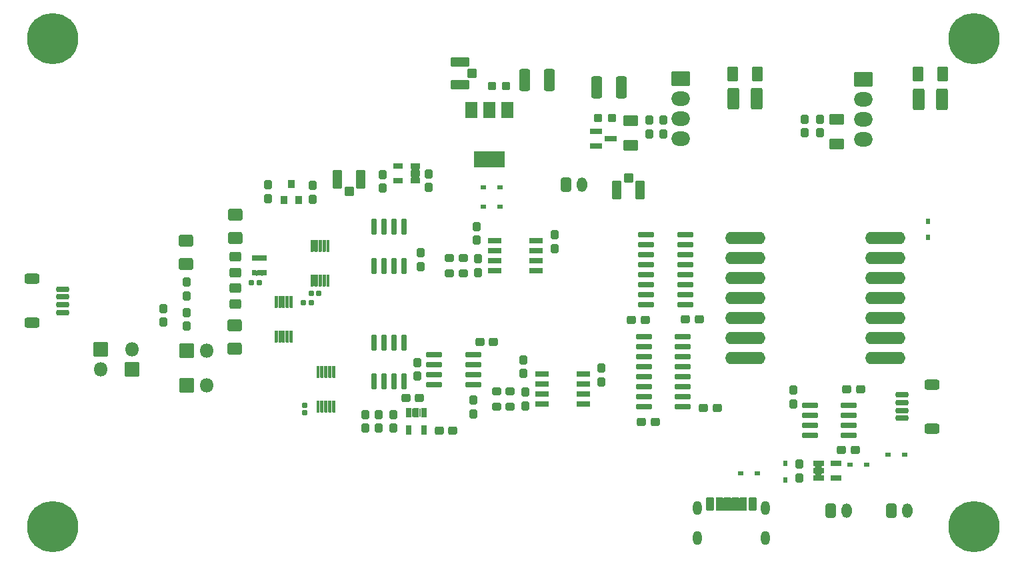
<source format=gbr>
%TF.GenerationSoftware,KiCad,Pcbnew,(6.0.4-0)*%
%TF.CreationDate,2022-09-14T13:57:10-06:00*%
%TF.ProjectId,sq_lockin_v8,73715f6c-6f63-46b6-996e-5f76382e6b69,rev?*%
%TF.SameCoordinates,Original*%
%TF.FileFunction,Soldermask,Top*%
%TF.FilePolarity,Negative*%
%FSLAX46Y46*%
G04 Gerber Fmt 4.6, Leading zero omitted, Abs format (unit mm)*
G04 Created by KiCad (PCBNEW (6.0.4-0)) date 2022-09-14 13:57:10*
%MOMM*%
%LPD*%
G01*
G04 APERTURE LIST*
G04 Aperture macros list*
%AMRoundRect*
0 Rectangle with rounded corners*
0 $1 Rounding radius*
0 $2 $3 $4 $5 $6 $7 $8 $9 X,Y pos of 4 corners*
0 Add a 4 corners polygon primitive as box body*
4,1,4,$2,$3,$4,$5,$6,$7,$8,$9,$2,$3,0*
0 Add four circle primitives for the rounded corners*
1,1,$1+$1,$2,$3*
1,1,$1+$1,$4,$5*
1,1,$1+$1,$6,$7*
1,1,$1+$1,$8,$9*
0 Add four rect primitives between the rounded corners*
20,1,$1+$1,$2,$3,$4,$5,0*
20,1,$1+$1,$4,$5,$6,$7,0*
20,1,$1+$1,$6,$7,$8,$9,0*
20,1,$1+$1,$8,$9,$2,$3,0*%
G04 Aperture macros list end*
%ADD10O,1.102000X1.802000*%
%ADD11RoundRect,0.051000X-0.400000X-0.800000X0.400000X-0.800000X0.400000X0.800000X-0.400000X0.800000X0*%
%ADD12RoundRect,0.051000X-0.450000X-0.800000X0.450000X-0.800000X0.450000X0.800000X-0.450000X0.800000X0*%
%ADD13RoundRect,0.051000X0.300000X0.225000X-0.300000X0.225000X-0.300000X-0.225000X0.300000X-0.225000X0*%
%ADD14RoundRect,0.288500X-0.300000X-0.237500X0.300000X-0.237500X0.300000X0.237500X-0.300000X0.237500X0*%
%ADD15RoundRect,0.288500X-0.237500X0.300000X-0.237500X-0.300000X0.237500X-0.300000X0.237500X0.300000X0*%
%ADD16RoundRect,0.201000X-0.512500X-0.150000X0.512500X-0.150000X0.512500X0.150000X-0.512500X0.150000X0*%
%ADD17RoundRect,0.301000X-0.350000X-0.625000X0.350000X-0.625000X0.350000X0.625000X-0.350000X0.625000X0*%
%ADD18O,1.302000X1.852000*%
%ADD19RoundRect,0.051000X-0.225000X0.300000X-0.225000X-0.300000X0.225000X-0.300000X0.225000X0.300000X0*%
%ADD20RoundRect,0.301001X0.624999X-0.462499X0.624999X0.462499X-0.624999X0.462499X-0.624999X-0.462499X0*%
%ADD21RoundRect,0.301000X-0.450000X0.325000X-0.450000X-0.325000X0.450000X-0.325000X0.450000X0.325000X0*%
%ADD22RoundRect,0.288500X-0.237500X0.287500X-0.237500X-0.287500X0.237500X-0.287500X0.237500X0.287500X0*%
%ADD23RoundRect,0.051000X0.850000X-0.850000X0.850000X0.850000X-0.850000X0.850000X-0.850000X-0.850000X0*%
%ADD24O,1.802000X1.802000*%
%ADD25RoundRect,0.288500X0.237500X-0.287500X0.237500X0.287500X-0.237500X0.287500X-0.237500X-0.287500X0*%
%ADD26RoundRect,0.051000X0.530000X0.325000X-0.530000X0.325000X-0.530000X-0.325000X0.530000X-0.325000X0*%
%ADD27RoundRect,0.051000X0.400000X-0.450000X0.400000X0.450000X-0.400000X0.450000X-0.400000X-0.450000X0*%
%ADD28RoundRect,0.288500X0.287500X0.237500X-0.287500X0.237500X-0.287500X-0.237500X0.287500X-0.237500X0*%
%ADD29RoundRect,0.288500X0.237500X-0.300000X0.237500X0.300000X-0.237500X0.300000X-0.237500X-0.300000X0*%
%ADD30RoundRect,0.201000X-0.675000X-0.150000X0.675000X-0.150000X0.675000X0.150000X-0.675000X0.150000X0*%
%ADD31RoundRect,0.051000X-0.850000X-0.850000X0.850000X-0.850000X0.850000X0.850000X-0.850000X0.850000X0*%
%ADD32RoundRect,0.051000X0.850000X0.850000X-0.850000X0.850000X-0.850000X-0.850000X0.850000X-0.850000X0*%
%ADD33RoundRect,0.288500X0.300000X0.237500X-0.300000X0.237500X-0.300000X-0.237500X0.300000X-0.237500X0*%
%ADD34RoundRect,0.201000X-0.825000X-0.150000X0.825000X-0.150000X0.825000X0.150000X-0.825000X0.150000X0*%
%ADD35RoundRect,0.051000X-0.300000X-0.225000X0.300000X-0.225000X0.300000X0.225000X-0.300000X0.225000X0*%
%ADD36RoundRect,0.201000X-0.150000X0.825000X-0.150000X-0.825000X0.150000X-0.825000X0.150000X0.825000X0*%
%ADD37RoundRect,0.051000X-0.325000X0.530000X-0.325000X-0.530000X0.325000X-0.530000X0.325000X0.530000X0*%
%ADD38RoundRect,0.301001X-0.462499X-1.074999X0.462499X-1.074999X0.462499X1.074999X-0.462499X1.074999X0*%
%ADD39RoundRect,0.301000X0.650000X-0.412500X0.650000X0.412500X-0.650000X0.412500X-0.650000X-0.412500X0*%
%ADD40RoundRect,0.051000X0.500000X-0.525000X0.500000X0.525000X-0.500000X0.525000X-0.500000X-0.525000X0*%
%ADD41RoundRect,0.051000X0.525000X-1.100000X0.525000X1.100000X-0.525000X1.100000X-0.525000X-1.100000X0*%
%ADD42RoundRect,0.288500X-0.250000X-0.237500X0.250000X-0.237500X0.250000X0.237500X-0.250000X0.237500X0*%
%ADD43RoundRect,0.051000X-1.125000X0.875000X-1.125000X-0.875000X1.125000X-0.875000X1.125000X0.875000X0*%
%ADD44O,2.352000X1.852000*%
%ADD45C,6.502000*%
%ADD46RoundRect,0.201000X0.625000X-0.150000X0.625000X0.150000X-0.625000X0.150000X-0.625000X-0.150000X0*%
%ADD47RoundRect,0.301000X0.650000X-0.350000X0.650000X0.350000X-0.650000X0.350000X-0.650000X-0.350000X0*%
%ADD48O,5.102000X1.602000*%
%ADD49RoundRect,0.191000X0.170000X-0.140000X0.170000X0.140000X-0.170000X0.140000X-0.170000X-0.140000X0*%
%ADD50RoundRect,0.191000X0.140000X0.170000X-0.140000X0.170000X-0.140000X-0.170000X0.140000X-0.170000X0*%
%ADD51RoundRect,0.201000X-0.625000X0.150000X-0.625000X-0.150000X0.625000X-0.150000X0.625000X0.150000X0*%
%ADD52RoundRect,0.301000X-0.650000X0.350000X-0.650000X-0.350000X0.650000X-0.350000X0.650000X0.350000X0*%
%ADD53RoundRect,0.051000X-0.500000X0.525000X-0.500000X-0.525000X0.500000X-0.525000X0.500000X0.525000X0*%
%ADD54RoundRect,0.051000X-0.525000X1.100000X-0.525000X-1.100000X0.525000X-1.100000X0.525000X1.100000X0*%
%ADD55RoundRect,0.051000X-0.150000X0.700000X-0.150000X-0.700000X0.150000X-0.700000X0.150000X0.700000X0*%
%ADD56RoundRect,0.051000X-0.200000X0.325000X-0.200000X-0.325000X0.200000X-0.325000X0.200000X0.325000X0*%
%ADD57RoundRect,0.301000X-0.412500X-1.100000X0.412500X-1.100000X0.412500X1.100000X-0.412500X1.100000X0*%
%ADD58RoundRect,0.201000X-0.587500X-0.150000X0.587500X-0.150000X0.587500X0.150000X-0.587500X0.150000X0*%
%ADD59RoundRect,0.191000X-0.140000X-0.170000X0.140000X-0.170000X0.140000X0.170000X-0.140000X0.170000X0*%
%ADD60RoundRect,0.201000X0.825000X0.150000X-0.825000X0.150000X-0.825000X-0.150000X0.825000X-0.150000X0*%
%ADD61RoundRect,0.301000X0.412500X0.650000X-0.412500X0.650000X-0.412500X-0.650000X0.412500X-0.650000X0*%
%ADD62RoundRect,0.288500X0.250000X0.237500X-0.250000X0.237500X-0.250000X-0.237500X0.250000X-0.237500X0*%
%ADD63RoundRect,0.051000X-0.750000X1.000000X-0.750000X-1.000000X0.750000X-1.000000X0.750000X1.000000X0*%
%ADD64RoundRect,0.051000X-1.900000X1.000000X-1.900000X-1.000000X1.900000X-1.000000X1.900000X1.000000X0*%
%ADD65RoundRect,0.051000X0.150000X-0.700000X0.150000X0.700000X-0.150000X0.700000X-0.150000X-0.700000X0*%
%ADD66RoundRect,0.051000X0.225000X-0.300000X0.225000X0.300000X-0.225000X0.300000X-0.225000X-0.300000X0*%
%ADD67RoundRect,0.051000X0.525000X0.500000X-0.525000X0.500000X-0.525000X-0.500000X0.525000X-0.500000X0*%
%ADD68RoundRect,0.051000X1.100000X0.525000X-1.100000X0.525000X-1.100000X-0.525000X1.100000X-0.525000X0*%
G04 APERTURE END LIST*
D10*
%TO.C,J9*%
X195835000Y-117405000D03*
X204475000Y-117405000D03*
X204475000Y-113605000D03*
X195835000Y-113605000D03*
D11*
X199655000Y-113125000D03*
X201675000Y-113125000D03*
D12*
X202905000Y-113125000D03*
D11*
X200655000Y-113125000D03*
X198635000Y-113125000D03*
D12*
X197405000Y-113125000D03*
%TD*%
D13*
%TO.C,D6*%
X203450000Y-109200000D03*
X201350000Y-109200000D03*
%TD*%
D14*
%TO.C,C29*%
X215862500Y-106200000D03*
X214137500Y-106200000D03*
%TD*%
D15*
%TO.C,C26*%
X208800000Y-108037500D03*
X208800000Y-109762500D03*
%TD*%
D16*
%TO.C,U17*%
X213487500Y-107900000D03*
X213487500Y-109800000D03*
X211212500Y-109800000D03*
X211212500Y-108850000D03*
X211212500Y-107900000D03*
%TD*%
D17*
%TO.C,J11*%
X212800000Y-113950000D03*
D18*
X214800000Y-113950000D03*
%TD*%
D17*
%TO.C,J10*%
X220500000Y-113950000D03*
D18*
X222500000Y-113950000D03*
%TD*%
D19*
%TO.C,D7*%
X207000000Y-107950000D03*
X207000000Y-110050000D03*
%TD*%
D13*
%TO.C,D5*%
X220050000Y-106800000D03*
X222150000Y-106800000D03*
%TD*%
%TO.C,D4*%
X217350000Y-108100000D03*
X215250000Y-108100000D03*
%TD*%
D20*
%TO.C,R1*%
X137200000Y-79300000D03*
X137200000Y-76325000D03*
%TD*%
%TO.C,R5*%
X130900000Y-82600000D03*
X130900000Y-79625000D03*
%TD*%
%TO.C,R4*%
X137100000Y-93400000D03*
X137100000Y-90425000D03*
%TD*%
D21*
%TO.C,R2*%
X137175000Y-81675000D03*
X137175000Y-83725000D03*
%TD*%
D22*
%TO.C,R6*%
X131000000Y-88750000D03*
X131000000Y-90500000D03*
%TD*%
D23*
%TO.C,J4*%
X131000000Y-93600000D03*
D24*
X133540000Y-93600000D03*
%TD*%
D25*
%TO.C,C2*%
X161700000Y-72900000D03*
X161700000Y-71150000D03*
%TD*%
%TO.C,C3*%
X155900000Y-73000000D03*
X155900000Y-71250000D03*
%TD*%
D26*
%TO.C,U2*%
X160000000Y-72050000D03*
X160000000Y-71100000D03*
X160000000Y-70150000D03*
X157800000Y-70150000D03*
X157800000Y-72050000D03*
%TD*%
D17*
%TO.C,J5*%
X179200000Y-72500000D03*
D18*
X181200000Y-72500000D03*
%TD*%
D25*
%TO.C,R7*%
X131000000Y-86675000D03*
X131000000Y-84925000D03*
%TD*%
D21*
%TO.C,R3*%
X137200000Y-85650000D03*
X137200000Y-87700000D03*
%TD*%
D23*
%TO.C,J6*%
X131000000Y-98000000D03*
D24*
X133540000Y-98000000D03*
%TD*%
D25*
%TO.C,C4*%
X141300000Y-74300000D03*
X141300000Y-72550000D03*
%TD*%
%TO.C,C6*%
X147000000Y-74400000D03*
X147000000Y-72650000D03*
%TD*%
D22*
%TO.C,R8*%
X128000000Y-88250000D03*
X128000000Y-90000000D03*
%TD*%
D27*
%TO.C,U3*%
X143320000Y-74475000D03*
X145220000Y-74475000D03*
X144270000Y-72475000D03*
%TD*%
D28*
%TO.C,R14*%
X166100000Y-83760000D03*
X164350000Y-83760000D03*
%TD*%
D29*
%TO.C,C20*%
X168000000Y-83697500D03*
X168000000Y-81972500D03*
%TD*%
%TO.C,C21*%
X167800000Y-79597500D03*
X167800000Y-77872500D03*
%TD*%
D15*
%TO.C,C22*%
X177700000Y-78922500D03*
X177700000Y-80647500D03*
%TD*%
D28*
%TO.C,R13*%
X166100000Y-81860000D03*
X164350000Y-81860000D03*
%TD*%
D30*
%TO.C,U15*%
X170125000Y-79675000D03*
X170125000Y-80945000D03*
X170125000Y-82215000D03*
X170125000Y-83485000D03*
X175375000Y-83485000D03*
X175375000Y-82215000D03*
X175375000Y-80945000D03*
X175375000Y-79675000D03*
%TD*%
D29*
%TO.C,C24*%
X173775000Y-96527500D03*
X173775000Y-94802500D03*
%TD*%
%TO.C,C23*%
X173975000Y-100627500D03*
X173975000Y-98902500D03*
%TD*%
D28*
%TO.C,R16*%
X172075000Y-100690000D03*
X170325000Y-100690000D03*
%TD*%
%TO.C,R15*%
X172075000Y-98790000D03*
X170325000Y-98790000D03*
%TD*%
D15*
%TO.C,C25*%
X183675000Y-95852500D03*
X183675000Y-97577500D03*
%TD*%
D30*
%TO.C,U16*%
X176100000Y-96605000D03*
X176100000Y-97875000D03*
X176100000Y-99145000D03*
X176100000Y-100415000D03*
X181350000Y-100415000D03*
X181350000Y-99145000D03*
X181350000Y-97875000D03*
X181350000Y-96605000D03*
%TD*%
D31*
%TO.C,J2*%
X120100000Y-93425000D03*
D24*
X120100000Y-95965000D03*
%TD*%
D32*
%TO.C,J3*%
X124000000Y-96000000D03*
D24*
X124000000Y-93460000D03*
%TD*%
D14*
%TO.C,C16*%
X158837500Y-99660000D03*
X160562500Y-99660000D03*
%TD*%
D33*
%TO.C,C17*%
X169962500Y-92500000D03*
X168237500Y-92500000D03*
%TD*%
D22*
%TO.C,R9*%
X160300000Y-95125000D03*
X160300000Y-96875000D03*
%TD*%
D25*
%TO.C,R10*%
X167400000Y-101635000D03*
X167400000Y-99885000D03*
%TD*%
D22*
%TO.C,R11*%
X155400000Y-101725000D03*
X155400000Y-103475000D03*
%TD*%
%TO.C,R12*%
X157200000Y-101725000D03*
X157200000Y-103475000D03*
%TD*%
D34*
%TO.C,U13*%
X162425000Y-94155000D03*
X162425000Y-95425000D03*
X162425000Y-96695000D03*
X162425000Y-97965000D03*
X167375000Y-97965000D03*
X167375000Y-96695000D03*
X167375000Y-95425000D03*
X167375000Y-94155000D03*
%TD*%
D14*
%TO.C,C18*%
X163075000Y-103800000D03*
X164800000Y-103800000D03*
%TD*%
D35*
%TO.C,D2*%
X168650000Y-75300000D03*
X170750000Y-75300000D03*
%TD*%
%TO.C,D1*%
X168650000Y-72900000D03*
X170750000Y-72900000D03*
%TD*%
D36*
%TO.C,U11*%
X158605000Y-77885000D03*
X157335000Y-77885000D03*
X156065000Y-77885000D03*
X154795000Y-77885000D03*
X154795000Y-82835000D03*
X156065000Y-82835000D03*
X157335000Y-82835000D03*
X158605000Y-82835000D03*
%TD*%
D29*
%TO.C,C15*%
X160700000Y-82922500D03*
X160700000Y-81197500D03*
%TD*%
D36*
%TO.C,U12*%
X158605000Y-92585000D03*
X157335000Y-92585000D03*
X156065000Y-92585000D03*
X154795000Y-92585000D03*
X154795000Y-97535000D03*
X156065000Y-97535000D03*
X157335000Y-97535000D03*
X158605000Y-97535000D03*
%TD*%
D37*
%TO.C,U14*%
X161100000Y-101450000D03*
X160150000Y-101450000D03*
X159200000Y-101450000D03*
X159200000Y-103650000D03*
X161100000Y-103650000D03*
%TD*%
D38*
%TO.C,L1*%
X200412500Y-61600000D03*
X203387500Y-61600000D03*
%TD*%
D39*
%TO.C,C31*%
X213500000Y-67362500D03*
X213500000Y-64237500D03*
%TD*%
D40*
%TO.C,J7*%
X151600000Y-73350000D03*
D41*
X150125000Y-71825000D03*
X153075000Y-71825000D03*
%TD*%
D42*
%TO.C,R18*%
X169737500Y-60000000D03*
X171562500Y-60000000D03*
%TD*%
D43*
%TO.C,PS2*%
X216900000Y-59160000D03*
D44*
X216900000Y-61700000D03*
X216900000Y-64240000D03*
X216900000Y-66780000D03*
%TD*%
D45*
%TO.C,H2*%
X114000000Y-54000000D03*
%TD*%
D46*
%TO.C,J8*%
X221800000Y-102200000D03*
X221800000Y-101200000D03*
X221800000Y-100200000D03*
X221800000Y-99200000D03*
D47*
X225675000Y-97900000D03*
X225675000Y-103500000D03*
%TD*%
D48*
%TO.C,U5*%
X201910000Y-79280000D03*
X201910000Y-81820000D03*
X201910000Y-84360000D03*
X201910000Y-86900000D03*
X201910000Y-89440000D03*
X201910000Y-91980000D03*
X201910000Y-94520000D03*
X219690000Y-94520000D03*
X219690000Y-91980000D03*
X219690000Y-89440000D03*
X219690000Y-86900000D03*
X219690000Y-84360000D03*
X219690000Y-81820000D03*
X219690000Y-79280000D03*
%TD*%
D49*
%TO.C,C14*%
X146000000Y-101480000D03*
X146000000Y-100520000D03*
%TD*%
D33*
%TO.C,C10*%
X189200000Y-89700000D03*
X187475000Y-89700000D03*
%TD*%
D50*
%TO.C,C1*%
X140180000Y-85000000D03*
X139220000Y-85000000D03*
%TD*%
D51*
%TO.C,J1*%
X115200000Y-85800000D03*
X115200000Y-86800000D03*
X115200000Y-87800000D03*
X115200000Y-88800000D03*
D52*
X111325000Y-90100000D03*
X111325000Y-84500000D03*
%TD*%
D14*
%TO.C,C11*%
X194337500Y-89600000D03*
X196062500Y-89600000D03*
%TD*%
D53*
%TO.C,J12*%
X187100000Y-71650000D03*
D54*
X185625000Y-73175000D03*
X188575000Y-73175000D03*
%TD*%
D55*
%TO.C,U8*%
X144300000Y-87400000D03*
X143800000Y-87400000D03*
X143300000Y-87400000D03*
X142800000Y-87400000D03*
X142300000Y-87400000D03*
X142300000Y-91800000D03*
X142800000Y-91800000D03*
X143300000Y-91800000D03*
X143800000Y-91800000D03*
X144300000Y-91800000D03*
%TD*%
D56*
%TO.C,U1*%
X140850000Y-81850000D03*
X140200000Y-81850000D03*
X139550000Y-81850000D03*
X139550000Y-83750000D03*
X140200000Y-83750000D03*
X140850000Y-83750000D03*
%TD*%
D34*
%TO.C,U6*%
X210125000Y-100565000D03*
X210125000Y-101835000D03*
X210125000Y-103105000D03*
X210125000Y-104375000D03*
X215075000Y-104375000D03*
X215075000Y-103105000D03*
X215075000Y-101835000D03*
X215075000Y-100565000D03*
%TD*%
D57*
%TO.C,C37*%
X173887500Y-59250000D03*
X177012500Y-59250000D03*
%TD*%
D43*
%TO.C,PS1*%
X193757500Y-59092500D03*
D44*
X193757500Y-61632500D03*
X193757500Y-64172500D03*
X193757500Y-66712500D03*
%TD*%
D14*
%TO.C,C5*%
X188737500Y-102700000D03*
X190462500Y-102700000D03*
%TD*%
D58*
%TO.C,Q1*%
X182965000Y-65757500D03*
X182965000Y-67657500D03*
X184840000Y-66707500D03*
%TD*%
D59*
%TO.C,C12*%
X145820000Y-87500000D03*
X146780000Y-87500000D03*
%TD*%
D60*
%TO.C,U4*%
X193975000Y-100745000D03*
X193975000Y-99475000D03*
X193975000Y-98205000D03*
X193975000Y-96935000D03*
X193975000Y-95665000D03*
X193975000Y-94395000D03*
X193975000Y-93125000D03*
X193975000Y-91855000D03*
X189025000Y-91855000D03*
X189025000Y-93125000D03*
X189025000Y-94395000D03*
X189025000Y-95665000D03*
X189025000Y-96935000D03*
X189025000Y-98205000D03*
X189025000Y-99475000D03*
X189025000Y-100745000D03*
%TD*%
D14*
%TO.C,C7*%
X196637500Y-100900000D03*
X198362500Y-100900000D03*
%TD*%
D45*
%TO.C,H4*%
X114000000Y-116000000D03*
%TD*%
D59*
%TO.C,C13*%
X146820000Y-86300000D03*
X147780000Y-86300000D03*
%TD*%
D15*
%TO.C,C35*%
X209500000Y-64237500D03*
X209500000Y-65962500D03*
%TD*%
D61*
%TO.C,C27*%
X203462500Y-58500000D03*
X200337500Y-58500000D03*
%TD*%
D62*
%TO.C,R17*%
X185015000Y-64107500D03*
X183190000Y-64107500D03*
%TD*%
D57*
%TO.C,C36*%
X183037500Y-60200000D03*
X186162500Y-60200000D03*
%TD*%
D63*
%TO.C,Q2*%
X171750000Y-63050000D03*
D64*
X169450000Y-69350000D03*
D63*
X169450000Y-63050000D03*
X167150000Y-63050000D03*
%TD*%
D15*
%TO.C,C32*%
X189702500Y-64345000D03*
X189702500Y-66070000D03*
%TD*%
D65*
%TO.C,U9*%
X146900000Y-84700000D03*
X147400000Y-84700000D03*
X147900000Y-84700000D03*
X148400000Y-84700000D03*
X148900000Y-84700000D03*
X148900000Y-80300000D03*
X148400000Y-80300000D03*
X147900000Y-80300000D03*
X147400000Y-80300000D03*
X146900000Y-80300000D03*
%TD*%
D29*
%TO.C,C8*%
X208000000Y-100362500D03*
X208000000Y-98637500D03*
%TD*%
D45*
%TO.C,H1*%
X231000000Y-116000000D03*
%TD*%
D29*
%TO.C,C19*%
X153700000Y-103462500D03*
X153700000Y-101737500D03*
%TD*%
D15*
%TO.C,C34*%
X191502500Y-64345000D03*
X191502500Y-66070000D03*
%TD*%
D61*
%TO.C,C28*%
X226962500Y-58500000D03*
X223837500Y-58500000D03*
%TD*%
D66*
%TO.C,D3*%
X225100000Y-79250000D03*
X225100000Y-77150000D03*
%TD*%
D67*
%TO.C,J13*%
X167200000Y-58400000D03*
D68*
X165675000Y-59875000D03*
X165675000Y-56925000D03*
%TD*%
D65*
%TO.C,U10*%
X147700000Y-100700000D03*
X148200000Y-100700000D03*
X148700000Y-100700000D03*
X149200000Y-100700000D03*
X149700000Y-100700000D03*
X149700000Y-96300000D03*
X149200000Y-96300000D03*
X148700000Y-96300000D03*
X148200000Y-96300000D03*
X147700000Y-96300000D03*
%TD*%
D38*
%TO.C,L2*%
X223912500Y-61700000D03*
X226887500Y-61700000D03*
%TD*%
D39*
%TO.C,C30*%
X187352500Y-67570000D03*
X187352500Y-64445000D03*
%TD*%
D60*
%TO.C,U7*%
X194275000Y-87805000D03*
X194275000Y-86535000D03*
X194275000Y-85265000D03*
X194275000Y-83995000D03*
X194275000Y-82725000D03*
X194275000Y-81455000D03*
X194275000Y-80185000D03*
X194275000Y-78915000D03*
X189325000Y-78915000D03*
X189325000Y-80185000D03*
X189325000Y-81455000D03*
X189325000Y-82725000D03*
X189325000Y-83995000D03*
X189325000Y-85265000D03*
X189325000Y-86535000D03*
X189325000Y-87805000D03*
%TD*%
D15*
%TO.C,C33*%
X211400000Y-64237500D03*
X211400000Y-65962500D03*
%TD*%
D14*
%TO.C,C9*%
X214837500Y-98500000D03*
X216562500Y-98500000D03*
%TD*%
D45*
%TO.C,H3*%
X231000000Y-54000000D03*
%TD*%
G36*
X200219633Y-112288517D02*
G01*
X200220197Y-112290436D01*
X200219916Y-112291075D01*
X200209767Y-112306263D01*
X200206000Y-112325199D01*
X200206000Y-113924801D01*
X200209767Y-113943738D01*
X200219814Y-113958773D01*
X200219945Y-113960768D01*
X200218282Y-113961880D01*
X200217553Y-113961793D01*
X200157212Y-113942898D01*
X200092310Y-113961955D01*
X200090367Y-113961483D01*
X200089803Y-113959564D01*
X200090084Y-113958925D01*
X200100233Y-113943737D01*
X200104000Y-113924801D01*
X200104000Y-112325199D01*
X200100233Y-112306262D01*
X200090186Y-112291227D01*
X200090055Y-112289232D01*
X200091718Y-112288120D01*
X200092447Y-112288207D01*
X200152788Y-112307102D01*
X200217690Y-112288045D01*
X200219633Y-112288517D01*
G37*
G36*
X199075660Y-112292493D02*
G01*
X199076424Y-112293003D01*
X199142788Y-112313784D01*
X199213590Y-112292994D01*
X199214340Y-112292493D01*
X199216335Y-112292362D01*
X199217447Y-112294025D01*
X199217114Y-112295267D01*
X199209767Y-112306262D01*
X199206000Y-112325199D01*
X199206000Y-113924801D01*
X199209767Y-113943738D01*
X199217114Y-113954733D01*
X199217245Y-113956729D01*
X199215582Y-113957840D01*
X199214340Y-113957507D01*
X199213576Y-113956997D01*
X199147212Y-113936216D01*
X199076410Y-113957006D01*
X199075660Y-113957507D01*
X199073665Y-113957638D01*
X199072553Y-113955975D01*
X199072886Y-113954733D01*
X199080233Y-113943738D01*
X199084000Y-113924801D01*
X199084000Y-112325199D01*
X199080233Y-112306262D01*
X199072886Y-112295267D01*
X199072755Y-112293271D01*
X199074418Y-112292160D01*
X199075660Y-112292493D01*
G37*
G36*
X201095660Y-112292493D02*
G01*
X201096424Y-112293003D01*
X201162788Y-112313784D01*
X201233590Y-112292994D01*
X201234340Y-112292493D01*
X201236335Y-112292362D01*
X201237447Y-112294025D01*
X201237114Y-112295267D01*
X201229767Y-112306262D01*
X201226000Y-112325199D01*
X201226000Y-113924801D01*
X201229767Y-113943738D01*
X201237114Y-113954733D01*
X201237245Y-113956729D01*
X201235582Y-113957840D01*
X201234340Y-113957507D01*
X201233576Y-113956997D01*
X201167212Y-113936216D01*
X201096410Y-113957006D01*
X201095660Y-113957507D01*
X201093665Y-113957638D01*
X201092553Y-113955975D01*
X201092886Y-113954733D01*
X201100233Y-113943738D01*
X201104000Y-113924801D01*
X201104000Y-112325199D01*
X201100233Y-112306262D01*
X201092886Y-112295267D01*
X201092755Y-112293271D01*
X201094418Y-112292160D01*
X201095660Y-112292493D01*
G37*
G36*
X211718527Y-109200000D02*
G01*
X211718527Y-109202000D01*
X211717056Y-109202983D01*
X211716817Y-109203015D01*
X211653204Y-109231154D01*
X211615070Y-109288965D01*
X211614244Y-109358220D01*
X211650983Y-109416914D01*
X211716825Y-109446985D01*
X211717068Y-109447017D01*
X211718655Y-109448235D01*
X211718394Y-109450218D01*
X211716807Y-109451000D01*
X210708205Y-109451000D01*
X210706473Y-109450000D01*
X210706473Y-109448000D01*
X210707944Y-109447017D01*
X210708183Y-109446985D01*
X210771796Y-109418846D01*
X210809930Y-109361035D01*
X210810756Y-109291780D01*
X210774017Y-109233086D01*
X210708175Y-109203015D01*
X210707932Y-109202983D01*
X210706345Y-109201765D01*
X210706606Y-109199782D01*
X210708193Y-109199000D01*
X211716795Y-109199000D01*
X211718527Y-109200000D01*
G37*
G36*
X211718527Y-108250000D02*
G01*
X211718527Y-108252000D01*
X211717056Y-108252983D01*
X211716817Y-108253015D01*
X211653204Y-108281154D01*
X211615070Y-108338965D01*
X211614244Y-108408220D01*
X211650983Y-108466914D01*
X211716825Y-108496985D01*
X211717068Y-108497017D01*
X211718655Y-108498235D01*
X211718394Y-108500218D01*
X211716807Y-108501000D01*
X210708205Y-108501000D01*
X210706473Y-108500000D01*
X210706473Y-108498000D01*
X210707944Y-108497017D01*
X210708183Y-108496985D01*
X210771796Y-108468846D01*
X210809930Y-108411035D01*
X210810756Y-108341780D01*
X210774017Y-108283086D01*
X210708175Y-108253015D01*
X210707932Y-108252983D01*
X210706345Y-108251765D01*
X210706606Y-108249782D01*
X210708193Y-108249000D01*
X211716795Y-108249000D01*
X211718527Y-108250000D01*
G37*
G36*
X159574267Y-100903301D02*
G01*
X159625946Y-100946489D01*
X159694661Y-100955120D01*
X159757291Y-100925156D01*
X159775348Y-100904318D01*
X159777238Y-100903664D01*
X159778749Y-100904974D01*
X159778821Y-100906018D01*
X159776000Y-100920199D01*
X159776000Y-101979801D01*
X159778978Y-101994774D01*
X159778335Y-101996668D01*
X159776373Y-101997058D01*
X159775733Y-101996699D01*
X159724054Y-101953511D01*
X159655339Y-101944880D01*
X159592709Y-101974844D01*
X159574652Y-101995682D01*
X159572762Y-101996336D01*
X159571251Y-101995026D01*
X159571179Y-101993982D01*
X159574000Y-101979801D01*
X159574000Y-100920199D01*
X159571022Y-100905226D01*
X159571665Y-100903332D01*
X159573627Y-100902942D01*
X159574267Y-100903301D01*
G37*
G36*
X160524267Y-100903301D02*
G01*
X160575946Y-100946489D01*
X160644661Y-100955120D01*
X160707291Y-100925156D01*
X160725348Y-100904318D01*
X160727238Y-100903664D01*
X160728749Y-100904974D01*
X160728821Y-100906018D01*
X160726000Y-100920199D01*
X160726000Y-101979801D01*
X160728978Y-101994774D01*
X160728335Y-101996668D01*
X160726373Y-101997058D01*
X160725733Y-101996699D01*
X160674054Y-101953511D01*
X160605339Y-101944880D01*
X160542709Y-101974844D01*
X160524652Y-101995682D01*
X160522762Y-101996336D01*
X160521251Y-101995026D01*
X160521179Y-101993982D01*
X160524000Y-101979801D01*
X160524000Y-100920199D01*
X160521022Y-100905226D01*
X160521665Y-100903332D01*
X160523627Y-100902942D01*
X160524267Y-100903301D01*
G37*
G36*
X148514633Y-99963517D02*
G01*
X148515197Y-99965436D01*
X148514916Y-99966075D01*
X148504767Y-99981263D01*
X148501000Y-100000199D01*
X148501000Y-101399801D01*
X148504767Y-101418738D01*
X148514814Y-101433773D01*
X148514945Y-101435768D01*
X148513282Y-101436880D01*
X148512553Y-101436793D01*
X148452212Y-101417898D01*
X148387310Y-101436955D01*
X148385367Y-101436483D01*
X148384803Y-101434564D01*
X148385084Y-101433925D01*
X148395233Y-101418737D01*
X148399000Y-101399801D01*
X148399000Y-100000199D01*
X148395233Y-99981262D01*
X148385186Y-99966227D01*
X148385055Y-99964232D01*
X148386718Y-99963120D01*
X148387447Y-99963207D01*
X148447788Y-99982102D01*
X148512690Y-99963045D01*
X148514633Y-99963517D01*
G37*
G36*
X148014633Y-99963517D02*
G01*
X148015197Y-99965436D01*
X148014916Y-99966075D01*
X148004767Y-99981263D01*
X148001000Y-100000199D01*
X148001000Y-101399801D01*
X148004767Y-101418738D01*
X148014814Y-101433773D01*
X148014945Y-101435768D01*
X148013282Y-101436880D01*
X148012553Y-101436793D01*
X147952212Y-101417898D01*
X147887310Y-101436955D01*
X147885367Y-101436483D01*
X147884803Y-101434564D01*
X147885084Y-101433925D01*
X147895233Y-101418737D01*
X147899000Y-101399801D01*
X147899000Y-100000199D01*
X147895233Y-99981262D01*
X147885186Y-99966227D01*
X147885055Y-99964232D01*
X147886718Y-99963120D01*
X147887447Y-99963207D01*
X147947788Y-99982102D01*
X148012690Y-99963045D01*
X148014633Y-99963517D01*
G37*
G36*
X149014633Y-99963517D02*
G01*
X149015197Y-99965436D01*
X149014916Y-99966075D01*
X149004767Y-99981263D01*
X149001000Y-100000199D01*
X149001000Y-101399801D01*
X149004767Y-101418738D01*
X149014814Y-101433773D01*
X149014945Y-101435768D01*
X149013282Y-101436880D01*
X149012553Y-101436793D01*
X148952212Y-101417898D01*
X148887310Y-101436955D01*
X148885367Y-101436483D01*
X148884803Y-101434564D01*
X148885084Y-101433925D01*
X148895233Y-101418737D01*
X148899000Y-101399801D01*
X148899000Y-100000199D01*
X148895233Y-99981262D01*
X148885186Y-99966227D01*
X148885055Y-99964232D01*
X148886718Y-99963120D01*
X148887447Y-99963207D01*
X148947788Y-99982102D01*
X149012690Y-99963045D01*
X149014633Y-99963517D01*
G37*
G36*
X149514633Y-99963517D02*
G01*
X149515197Y-99965436D01*
X149514916Y-99966075D01*
X149504767Y-99981263D01*
X149501000Y-100000199D01*
X149501000Y-101399801D01*
X149504767Y-101418738D01*
X149514814Y-101433773D01*
X149514945Y-101435768D01*
X149513282Y-101436880D01*
X149512553Y-101436793D01*
X149452212Y-101417898D01*
X149387310Y-101436955D01*
X149385367Y-101436483D01*
X149384803Y-101434564D01*
X149385084Y-101433925D01*
X149395233Y-101418737D01*
X149399000Y-101399801D01*
X149399000Y-100000199D01*
X149395233Y-99981262D01*
X149385186Y-99966227D01*
X149385055Y-99964232D01*
X149386718Y-99963120D01*
X149387447Y-99963207D01*
X149447788Y-99982102D01*
X149512690Y-99963045D01*
X149514633Y-99963517D01*
G37*
G36*
X148014633Y-95563517D02*
G01*
X148015197Y-95565436D01*
X148014916Y-95566075D01*
X148004767Y-95581263D01*
X148001000Y-95600199D01*
X148001000Y-96999801D01*
X148004767Y-97018738D01*
X148014814Y-97033773D01*
X148014945Y-97035768D01*
X148013282Y-97036880D01*
X148012553Y-97036793D01*
X147952212Y-97017898D01*
X147887310Y-97036955D01*
X147885367Y-97036483D01*
X147884803Y-97034564D01*
X147885084Y-97033925D01*
X147895233Y-97018737D01*
X147899000Y-96999801D01*
X147899000Y-95600199D01*
X147895233Y-95581262D01*
X147885186Y-95566227D01*
X147885055Y-95564232D01*
X147886718Y-95563120D01*
X147887447Y-95563207D01*
X147947788Y-95582102D01*
X148012690Y-95563045D01*
X148014633Y-95563517D01*
G37*
G36*
X149514633Y-95563517D02*
G01*
X149515197Y-95565436D01*
X149514916Y-95566075D01*
X149504767Y-95581263D01*
X149501000Y-95600199D01*
X149501000Y-96999801D01*
X149504767Y-97018738D01*
X149514814Y-97033773D01*
X149514945Y-97035768D01*
X149513282Y-97036880D01*
X149512553Y-97036793D01*
X149452212Y-97017898D01*
X149387310Y-97036955D01*
X149385367Y-97036483D01*
X149384803Y-97034564D01*
X149385084Y-97033925D01*
X149395233Y-97018737D01*
X149399000Y-96999801D01*
X149399000Y-95600199D01*
X149395233Y-95581262D01*
X149385186Y-95566227D01*
X149385055Y-95564232D01*
X149386718Y-95563120D01*
X149387447Y-95563207D01*
X149447788Y-95582102D01*
X149512690Y-95563045D01*
X149514633Y-95563517D01*
G37*
G36*
X149014633Y-95563517D02*
G01*
X149015197Y-95565436D01*
X149014916Y-95566075D01*
X149004767Y-95581263D01*
X149001000Y-95600199D01*
X149001000Y-96999801D01*
X149004767Y-97018738D01*
X149014814Y-97033773D01*
X149014945Y-97035768D01*
X149013282Y-97036880D01*
X149012553Y-97036793D01*
X148952212Y-97017898D01*
X148887310Y-97036955D01*
X148885367Y-97036483D01*
X148884803Y-97034564D01*
X148885084Y-97033925D01*
X148895233Y-97018737D01*
X148899000Y-96999801D01*
X148899000Y-95600199D01*
X148895233Y-95581262D01*
X148885186Y-95566227D01*
X148885055Y-95564232D01*
X148886718Y-95563120D01*
X148887447Y-95563207D01*
X148947788Y-95582102D01*
X149012690Y-95563045D01*
X149014633Y-95563517D01*
G37*
G36*
X148514633Y-95563517D02*
G01*
X148515197Y-95565436D01*
X148514916Y-95566075D01*
X148504767Y-95581263D01*
X148501000Y-95600199D01*
X148501000Y-96999801D01*
X148504767Y-97018738D01*
X148514814Y-97033773D01*
X148514945Y-97035768D01*
X148513282Y-97036880D01*
X148512553Y-97036793D01*
X148452212Y-97017898D01*
X148387310Y-97036955D01*
X148385367Y-97036483D01*
X148384803Y-97034564D01*
X148385084Y-97033925D01*
X148395233Y-97018737D01*
X148399000Y-96999801D01*
X148399000Y-95600199D01*
X148395233Y-95581262D01*
X148385186Y-95566227D01*
X148385055Y-95564232D01*
X148386718Y-95563120D01*
X148387447Y-95563207D01*
X148447788Y-95582102D01*
X148512690Y-95563045D01*
X148514633Y-95563517D01*
G37*
G36*
X142614633Y-91063517D02*
G01*
X142615197Y-91065436D01*
X142614916Y-91066075D01*
X142604767Y-91081263D01*
X142601000Y-91100199D01*
X142601000Y-92499801D01*
X142604767Y-92518738D01*
X142614814Y-92533773D01*
X142614945Y-92535768D01*
X142613282Y-92536880D01*
X142612553Y-92536793D01*
X142552212Y-92517898D01*
X142487310Y-92536955D01*
X142485367Y-92536483D01*
X142484803Y-92534564D01*
X142485084Y-92533925D01*
X142495233Y-92518737D01*
X142499000Y-92499801D01*
X142499000Y-91100199D01*
X142495233Y-91081262D01*
X142485186Y-91066227D01*
X142485055Y-91064232D01*
X142486718Y-91063120D01*
X142487447Y-91063207D01*
X142547788Y-91082102D01*
X142612690Y-91063045D01*
X142614633Y-91063517D01*
G37*
G36*
X144114633Y-91063517D02*
G01*
X144115197Y-91065436D01*
X144114916Y-91066075D01*
X144104767Y-91081263D01*
X144101000Y-91100199D01*
X144101000Y-92499801D01*
X144104767Y-92518738D01*
X144114814Y-92533773D01*
X144114945Y-92535768D01*
X144113282Y-92536880D01*
X144112553Y-92536793D01*
X144052212Y-92517898D01*
X143987310Y-92536955D01*
X143985367Y-92536483D01*
X143984803Y-92534564D01*
X143985084Y-92533925D01*
X143995233Y-92518737D01*
X143999000Y-92499801D01*
X143999000Y-91100199D01*
X143995233Y-91081262D01*
X143985186Y-91066227D01*
X143985055Y-91064232D01*
X143986718Y-91063120D01*
X143987447Y-91063207D01*
X144047788Y-91082102D01*
X144112690Y-91063045D01*
X144114633Y-91063517D01*
G37*
G36*
X143614633Y-91063517D02*
G01*
X143615197Y-91065436D01*
X143614916Y-91066075D01*
X143604767Y-91081263D01*
X143601000Y-91100199D01*
X143601000Y-92499801D01*
X143604767Y-92518738D01*
X143614814Y-92533773D01*
X143614945Y-92535768D01*
X143613282Y-92536880D01*
X143612553Y-92536793D01*
X143552212Y-92517898D01*
X143487310Y-92536955D01*
X143485367Y-92536483D01*
X143484803Y-92534564D01*
X143485084Y-92533925D01*
X143495233Y-92518737D01*
X143499000Y-92499801D01*
X143499000Y-91100199D01*
X143495233Y-91081262D01*
X143485186Y-91066227D01*
X143485055Y-91064232D01*
X143486718Y-91063120D01*
X143487447Y-91063207D01*
X143547788Y-91082102D01*
X143612690Y-91063045D01*
X143614633Y-91063517D01*
G37*
G36*
X143114633Y-91063517D02*
G01*
X143115197Y-91065436D01*
X143114916Y-91066075D01*
X143104767Y-91081263D01*
X143101000Y-91100199D01*
X143101000Y-92499801D01*
X143104767Y-92518738D01*
X143114814Y-92533773D01*
X143114945Y-92535768D01*
X143113282Y-92536880D01*
X143112553Y-92536793D01*
X143052212Y-92517898D01*
X142987310Y-92536955D01*
X142985367Y-92536483D01*
X142984803Y-92534564D01*
X142985084Y-92533925D01*
X142995233Y-92518737D01*
X142999000Y-92499801D01*
X142999000Y-91100199D01*
X142995233Y-91081262D01*
X142985186Y-91066227D01*
X142985055Y-91064232D01*
X142986718Y-91063120D01*
X142987447Y-91063207D01*
X143047788Y-91082102D01*
X143112690Y-91063045D01*
X143114633Y-91063517D01*
G37*
G36*
X142614633Y-86663517D02*
G01*
X142615197Y-86665436D01*
X142614916Y-86666075D01*
X142604767Y-86681263D01*
X142601000Y-86700199D01*
X142601000Y-88099801D01*
X142604767Y-88118738D01*
X142614814Y-88133773D01*
X142614945Y-88135768D01*
X142613282Y-88136880D01*
X142612553Y-88136793D01*
X142552212Y-88117898D01*
X142487310Y-88136955D01*
X142485367Y-88136483D01*
X142484803Y-88134564D01*
X142485084Y-88133925D01*
X142495233Y-88118737D01*
X142499000Y-88099801D01*
X142499000Y-86700199D01*
X142495233Y-86681262D01*
X142485186Y-86666227D01*
X142485055Y-86664232D01*
X142486718Y-86663120D01*
X142487447Y-86663207D01*
X142547788Y-86682102D01*
X142612690Y-86663045D01*
X142614633Y-86663517D01*
G37*
G36*
X143114633Y-86663517D02*
G01*
X143115197Y-86665436D01*
X143114916Y-86666075D01*
X143104767Y-86681263D01*
X143101000Y-86700199D01*
X143101000Y-88099801D01*
X143104767Y-88118738D01*
X143114814Y-88133773D01*
X143114945Y-88135768D01*
X143113282Y-88136880D01*
X143112553Y-88136793D01*
X143052212Y-88117898D01*
X142987310Y-88136955D01*
X142985367Y-88136483D01*
X142984803Y-88134564D01*
X142985084Y-88133925D01*
X142995233Y-88118737D01*
X142999000Y-88099801D01*
X142999000Y-86700199D01*
X142995233Y-86681262D01*
X142985186Y-86666227D01*
X142985055Y-86664232D01*
X142986718Y-86663120D01*
X142987447Y-86663207D01*
X143047788Y-86682102D01*
X143112690Y-86663045D01*
X143114633Y-86663517D01*
G37*
G36*
X144114633Y-86663517D02*
G01*
X144115197Y-86665436D01*
X144114916Y-86666075D01*
X144104767Y-86681263D01*
X144101000Y-86700199D01*
X144101000Y-88099801D01*
X144104767Y-88118738D01*
X144114814Y-88133773D01*
X144114945Y-88135768D01*
X144113282Y-88136880D01*
X144112553Y-88136793D01*
X144052212Y-88117898D01*
X143987310Y-88136955D01*
X143985367Y-88136483D01*
X143984803Y-88134564D01*
X143985084Y-88133925D01*
X143995233Y-88118737D01*
X143999000Y-88099801D01*
X143999000Y-86700199D01*
X143995233Y-86681262D01*
X143985186Y-86666227D01*
X143985055Y-86664232D01*
X143986718Y-86663120D01*
X143987447Y-86663207D01*
X144047788Y-86682102D01*
X144112690Y-86663045D01*
X144114633Y-86663517D01*
G37*
G36*
X143614633Y-86663517D02*
G01*
X143615197Y-86665436D01*
X143614916Y-86666075D01*
X143604767Y-86681263D01*
X143601000Y-86700199D01*
X143601000Y-88099801D01*
X143604767Y-88118738D01*
X143614814Y-88133773D01*
X143614945Y-88135768D01*
X143613282Y-88136880D01*
X143612553Y-88136793D01*
X143552212Y-88117898D01*
X143487310Y-88136955D01*
X143485367Y-88136483D01*
X143484803Y-88134564D01*
X143485084Y-88133925D01*
X143495233Y-88118737D01*
X143499000Y-88099801D01*
X143499000Y-86700199D01*
X143495233Y-86681262D01*
X143485186Y-86666227D01*
X143485055Y-86664232D01*
X143486718Y-86663120D01*
X143487447Y-86663207D01*
X143547788Y-86682102D01*
X143612690Y-86663045D01*
X143614633Y-86663517D01*
G37*
G36*
X147214633Y-83963517D02*
G01*
X147215197Y-83965436D01*
X147214916Y-83966075D01*
X147204767Y-83981263D01*
X147201000Y-84000199D01*
X147201000Y-85399801D01*
X147204767Y-85418738D01*
X147214814Y-85433773D01*
X147214945Y-85435768D01*
X147213282Y-85436880D01*
X147212553Y-85436793D01*
X147152212Y-85417898D01*
X147087310Y-85436955D01*
X147085367Y-85436483D01*
X147084803Y-85434564D01*
X147085084Y-85433925D01*
X147095233Y-85418737D01*
X147099000Y-85399801D01*
X147099000Y-84000199D01*
X147095233Y-83981262D01*
X147085186Y-83966227D01*
X147085055Y-83964232D01*
X147086718Y-83963120D01*
X147087447Y-83963207D01*
X147147788Y-83982102D01*
X147212690Y-83963045D01*
X147214633Y-83963517D01*
G37*
G36*
X147714633Y-83963517D02*
G01*
X147715197Y-83965436D01*
X147714916Y-83966075D01*
X147704767Y-83981263D01*
X147701000Y-84000199D01*
X147701000Y-85399801D01*
X147704767Y-85418738D01*
X147714814Y-85433773D01*
X147714945Y-85435768D01*
X147713282Y-85436880D01*
X147712553Y-85436793D01*
X147652212Y-85417898D01*
X147587310Y-85436955D01*
X147585367Y-85436483D01*
X147584803Y-85434564D01*
X147585084Y-85433925D01*
X147595233Y-85418737D01*
X147599000Y-85399801D01*
X147599000Y-84000199D01*
X147595233Y-83981262D01*
X147585186Y-83966227D01*
X147585055Y-83964232D01*
X147586718Y-83963120D01*
X147587447Y-83963207D01*
X147647788Y-83982102D01*
X147712690Y-83963045D01*
X147714633Y-83963517D01*
G37*
G36*
X148714633Y-83963517D02*
G01*
X148715197Y-83965436D01*
X148714916Y-83966075D01*
X148704767Y-83981263D01*
X148701000Y-84000199D01*
X148701000Y-85399801D01*
X148704767Y-85418738D01*
X148714814Y-85433773D01*
X148714945Y-85435768D01*
X148713282Y-85436880D01*
X148712553Y-85436793D01*
X148652212Y-85417898D01*
X148587310Y-85436955D01*
X148585367Y-85436483D01*
X148584803Y-85434564D01*
X148585084Y-85433925D01*
X148595233Y-85418737D01*
X148599000Y-85399801D01*
X148599000Y-84000199D01*
X148595233Y-83981262D01*
X148585186Y-83966227D01*
X148585055Y-83964232D01*
X148586718Y-83963120D01*
X148587447Y-83963207D01*
X148647788Y-83982102D01*
X148712690Y-83963045D01*
X148714633Y-83963517D01*
G37*
G36*
X148214633Y-83963517D02*
G01*
X148215197Y-83965436D01*
X148214916Y-83966075D01*
X148204767Y-83981263D01*
X148201000Y-84000199D01*
X148201000Y-85399801D01*
X148204767Y-85418738D01*
X148214814Y-85433773D01*
X148214945Y-85435768D01*
X148213282Y-85436880D01*
X148212553Y-85436793D01*
X148152212Y-85417898D01*
X148087310Y-85436955D01*
X148085367Y-85436483D01*
X148084803Y-85434564D01*
X148085084Y-85433925D01*
X148095233Y-85418737D01*
X148099000Y-85399801D01*
X148099000Y-84000199D01*
X148095233Y-83981262D01*
X148085186Y-83966227D01*
X148085055Y-83964232D01*
X148086718Y-83963120D01*
X148087447Y-83963207D01*
X148147788Y-83982102D01*
X148212690Y-83963045D01*
X148214633Y-83963517D01*
G37*
G36*
X140440660Y-83392493D02*
G01*
X140454452Y-83401709D01*
X140455615Y-83399969D01*
X140457409Y-83399084D01*
X140458560Y-83399545D01*
X140475952Y-83414078D01*
X140544670Y-83422704D01*
X140592288Y-83399918D01*
X140594282Y-83400072D01*
X140594814Y-83400611D01*
X140595548Y-83401709D01*
X140609340Y-83392493D01*
X140611336Y-83392362D01*
X140612447Y-83394025D01*
X140612114Y-83395267D01*
X140604767Y-83406262D01*
X140601000Y-83425199D01*
X140601000Y-84074801D01*
X140604767Y-84093738D01*
X140612114Y-84104733D01*
X140612245Y-84106729D01*
X140610582Y-84107840D01*
X140609340Y-84107507D01*
X140595548Y-84098291D01*
X140594385Y-84100031D01*
X140592591Y-84100916D01*
X140591440Y-84100455D01*
X140574048Y-84085922D01*
X140505330Y-84077296D01*
X140457712Y-84100082D01*
X140455718Y-84099928D01*
X140455186Y-84099389D01*
X140454452Y-84098291D01*
X140440660Y-84107507D01*
X140438664Y-84107638D01*
X140437553Y-84105975D01*
X140437886Y-84104733D01*
X140445233Y-84093738D01*
X140449000Y-84074801D01*
X140449000Y-83425199D01*
X140445233Y-83406262D01*
X140437886Y-83395267D01*
X140437755Y-83393271D01*
X140439418Y-83392160D01*
X140440660Y-83392493D01*
G37*
G36*
X139790660Y-83392493D02*
G01*
X139804452Y-83401709D01*
X139805615Y-83399969D01*
X139807409Y-83399084D01*
X139808560Y-83399545D01*
X139825952Y-83414078D01*
X139894670Y-83422704D01*
X139942288Y-83399918D01*
X139944282Y-83400072D01*
X139944814Y-83400611D01*
X139945548Y-83401709D01*
X139959340Y-83392493D01*
X139961336Y-83392362D01*
X139962447Y-83394025D01*
X139962114Y-83395267D01*
X139954767Y-83406262D01*
X139951000Y-83425199D01*
X139951000Y-84074801D01*
X139954767Y-84093738D01*
X139962114Y-84104733D01*
X139962245Y-84106729D01*
X139960582Y-84107840D01*
X139959340Y-84107507D01*
X139945548Y-84098291D01*
X139944385Y-84100031D01*
X139942591Y-84100916D01*
X139941440Y-84100455D01*
X139924048Y-84085922D01*
X139855330Y-84077296D01*
X139807712Y-84100082D01*
X139805718Y-84099928D01*
X139805186Y-84099389D01*
X139804452Y-84098291D01*
X139790660Y-84107507D01*
X139788664Y-84107638D01*
X139787553Y-84105975D01*
X139787886Y-84104733D01*
X139795233Y-84093738D01*
X139799000Y-84074801D01*
X139799000Y-83425199D01*
X139795233Y-83406262D01*
X139787886Y-83395267D01*
X139787755Y-83393271D01*
X139789418Y-83392160D01*
X139790660Y-83392493D01*
G37*
G36*
X139790660Y-81492493D02*
G01*
X139804452Y-81501709D01*
X139805615Y-81499969D01*
X139807409Y-81499084D01*
X139808560Y-81499545D01*
X139825952Y-81514078D01*
X139894670Y-81522704D01*
X139942288Y-81499918D01*
X139944282Y-81500072D01*
X139944814Y-81500611D01*
X139945548Y-81501709D01*
X139959340Y-81492493D01*
X139961336Y-81492362D01*
X139962447Y-81494025D01*
X139962114Y-81495267D01*
X139954767Y-81506262D01*
X139951000Y-81525199D01*
X139951000Y-82174801D01*
X139954767Y-82193738D01*
X139962114Y-82204733D01*
X139962245Y-82206729D01*
X139960582Y-82207840D01*
X139959340Y-82207507D01*
X139945548Y-82198291D01*
X139944385Y-82200031D01*
X139942591Y-82200916D01*
X139941440Y-82200455D01*
X139924048Y-82185922D01*
X139855330Y-82177296D01*
X139807712Y-82200082D01*
X139805718Y-82199928D01*
X139805186Y-82199389D01*
X139804452Y-82198291D01*
X139790660Y-82207507D01*
X139788664Y-82207638D01*
X139787553Y-82205975D01*
X139787886Y-82204733D01*
X139795233Y-82193738D01*
X139799000Y-82174801D01*
X139799000Y-81525199D01*
X139795233Y-81506262D01*
X139787886Y-81495267D01*
X139787755Y-81493271D01*
X139789418Y-81492160D01*
X139790660Y-81492493D01*
G37*
G36*
X140440660Y-81492493D02*
G01*
X140454452Y-81501709D01*
X140455615Y-81499969D01*
X140457409Y-81499084D01*
X140458560Y-81499545D01*
X140475952Y-81514078D01*
X140544670Y-81522704D01*
X140592288Y-81499918D01*
X140594282Y-81500072D01*
X140594814Y-81500611D01*
X140595548Y-81501709D01*
X140609340Y-81492493D01*
X140611336Y-81492362D01*
X140612447Y-81494025D01*
X140612114Y-81495267D01*
X140604767Y-81506262D01*
X140601000Y-81525199D01*
X140601000Y-82174801D01*
X140604767Y-82193738D01*
X140612114Y-82204733D01*
X140612245Y-82206729D01*
X140610582Y-82207840D01*
X140609340Y-82207507D01*
X140595548Y-82198291D01*
X140594385Y-82200031D01*
X140592591Y-82200916D01*
X140591440Y-82200455D01*
X140574048Y-82185922D01*
X140505330Y-82177296D01*
X140457712Y-82200082D01*
X140455718Y-82199928D01*
X140455186Y-82199389D01*
X140454452Y-82198291D01*
X140440660Y-82207507D01*
X140438664Y-82207638D01*
X140437553Y-82205975D01*
X140437886Y-82204733D01*
X140445233Y-82193738D01*
X140449000Y-82174801D01*
X140449000Y-81525199D01*
X140445233Y-81506262D01*
X140437886Y-81495267D01*
X140437755Y-81493271D01*
X140439418Y-81492160D01*
X140440660Y-81492493D01*
G37*
G36*
X147214633Y-79563517D02*
G01*
X147215197Y-79565436D01*
X147214916Y-79566075D01*
X147204767Y-79581263D01*
X147201000Y-79600199D01*
X147201000Y-80999801D01*
X147204767Y-81018738D01*
X147214814Y-81033773D01*
X147214945Y-81035768D01*
X147213282Y-81036880D01*
X147212553Y-81036793D01*
X147152212Y-81017898D01*
X147087310Y-81036955D01*
X147085367Y-81036483D01*
X147084803Y-81034564D01*
X147085084Y-81033925D01*
X147095233Y-81018737D01*
X147099000Y-80999801D01*
X147099000Y-79600199D01*
X147095233Y-79581262D01*
X147085186Y-79566227D01*
X147085055Y-79564232D01*
X147086718Y-79563120D01*
X147087447Y-79563207D01*
X147147788Y-79582102D01*
X147212690Y-79563045D01*
X147214633Y-79563517D01*
G37*
G36*
X148714633Y-79563517D02*
G01*
X148715197Y-79565436D01*
X148714916Y-79566075D01*
X148704767Y-79581263D01*
X148701000Y-79600199D01*
X148701000Y-80999801D01*
X148704767Y-81018738D01*
X148714814Y-81033773D01*
X148714945Y-81035768D01*
X148713282Y-81036880D01*
X148712553Y-81036793D01*
X148652212Y-81017898D01*
X148587310Y-81036955D01*
X148585367Y-81036483D01*
X148584803Y-81034564D01*
X148585084Y-81033925D01*
X148595233Y-81018737D01*
X148599000Y-80999801D01*
X148599000Y-79600199D01*
X148595233Y-79581262D01*
X148585186Y-79566227D01*
X148585055Y-79564232D01*
X148586718Y-79563120D01*
X148587447Y-79563207D01*
X148647788Y-79582102D01*
X148712690Y-79563045D01*
X148714633Y-79563517D01*
G37*
G36*
X148214633Y-79563517D02*
G01*
X148215197Y-79565436D01*
X148214916Y-79566075D01*
X148204767Y-79581263D01*
X148201000Y-79600199D01*
X148201000Y-80999801D01*
X148204767Y-81018738D01*
X148214814Y-81033773D01*
X148214945Y-81035768D01*
X148213282Y-81036880D01*
X148212553Y-81036793D01*
X148152212Y-81017898D01*
X148087310Y-81036955D01*
X148085367Y-81036483D01*
X148084803Y-81034564D01*
X148085084Y-81033925D01*
X148095233Y-81018737D01*
X148099000Y-80999801D01*
X148099000Y-79600199D01*
X148095233Y-79581262D01*
X148085186Y-79566227D01*
X148085055Y-79564232D01*
X148086718Y-79563120D01*
X148087447Y-79563207D01*
X148147788Y-79582102D01*
X148212690Y-79563045D01*
X148214633Y-79563517D01*
G37*
G36*
X147714633Y-79563517D02*
G01*
X147715197Y-79565436D01*
X147714916Y-79566075D01*
X147704767Y-79581263D01*
X147701000Y-79600199D01*
X147701000Y-80999801D01*
X147704767Y-81018738D01*
X147714814Y-81033773D01*
X147714945Y-81035768D01*
X147713282Y-81036880D01*
X147712553Y-81036793D01*
X147652212Y-81017898D01*
X147587310Y-81036955D01*
X147585367Y-81036483D01*
X147584803Y-81034564D01*
X147585084Y-81033925D01*
X147595233Y-81018737D01*
X147599000Y-80999801D01*
X147599000Y-79600199D01*
X147595233Y-79581262D01*
X147585186Y-79566227D01*
X147585055Y-79564232D01*
X147586718Y-79563120D01*
X147587447Y-79563207D01*
X147647788Y-79582102D01*
X147712690Y-79563045D01*
X147714633Y-79563517D01*
G37*
G36*
X160546668Y-71471665D02*
G01*
X160547058Y-71473627D01*
X160546699Y-71474267D01*
X160503511Y-71525946D01*
X160494880Y-71594661D01*
X160524844Y-71657291D01*
X160545682Y-71675348D01*
X160546336Y-71677238D01*
X160545026Y-71678749D01*
X160543982Y-71678821D01*
X160529801Y-71676000D01*
X159470199Y-71676000D01*
X159455226Y-71678978D01*
X159453332Y-71678335D01*
X159452942Y-71676373D01*
X159453301Y-71675733D01*
X159496489Y-71624054D01*
X159505120Y-71555339D01*
X159475156Y-71492709D01*
X159454318Y-71474652D01*
X159453664Y-71472762D01*
X159454974Y-71471251D01*
X159456018Y-71471179D01*
X159470199Y-71474000D01*
X160529801Y-71474000D01*
X160544774Y-71471022D01*
X160546668Y-71471665D01*
G37*
G36*
X160546668Y-70521665D02*
G01*
X160547058Y-70523627D01*
X160546699Y-70524267D01*
X160503511Y-70575946D01*
X160494880Y-70644661D01*
X160524844Y-70707291D01*
X160545682Y-70725348D01*
X160546336Y-70727238D01*
X160545026Y-70728749D01*
X160543982Y-70728821D01*
X160529801Y-70726000D01*
X159470199Y-70726000D01*
X159455226Y-70728978D01*
X159453332Y-70728335D01*
X159452942Y-70726373D01*
X159453301Y-70725733D01*
X159496489Y-70674054D01*
X159505120Y-70605339D01*
X159475156Y-70542709D01*
X159454318Y-70524652D01*
X159453664Y-70522762D01*
X159454974Y-70521251D01*
X159456018Y-70521179D01*
X159470199Y-70524000D01*
X160529801Y-70524000D01*
X160544774Y-70521022D01*
X160546668Y-70521665D01*
G37*
M02*

</source>
